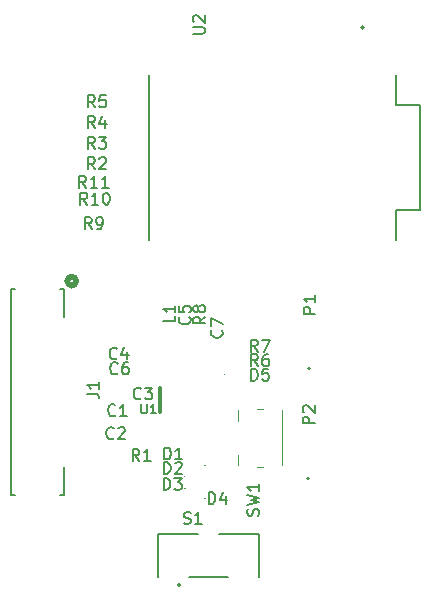
<source format=gbr>
%TF.GenerationSoftware,KiCad,Pcbnew,8.0.7*%
%TF.CreationDate,2025-01-15T11:33:58+05:30*%
%TF.ProjectId,STHDAQ_B1,53544844-4151-45f4-9231-2e6b69636164,rev?*%
%TF.SameCoordinates,Original*%
%TF.FileFunction,Legend,Top*%
%TF.FilePolarity,Positive*%
%FSLAX46Y46*%
G04 Gerber Fmt 4.6, Leading zero omitted, Abs format (unit mm)*
G04 Created by KiCad (PCBNEW 8.0.7) date 2025-01-15 11:33:58*
%MOMM*%
%LPD*%
G01*
G04 APERTURE LIST*
%ADD10C,0.150000*%
%ADD11C,0.127000*%
%ADD12C,0.200000*%
%ADD13C,0.100000*%
%ADD14C,0.152400*%
%ADD15C,0.508000*%
%ADD16C,0.304800*%
%ADD17C,0.120000*%
G04 APERTURE END LIST*
D10*
X146713333Y-90719580D02*
X146665714Y-90767200D01*
X146665714Y-90767200D02*
X146522857Y-90814819D01*
X146522857Y-90814819D02*
X146427619Y-90814819D01*
X146427619Y-90814819D02*
X146284762Y-90767200D01*
X146284762Y-90767200D02*
X146189524Y-90671961D01*
X146189524Y-90671961D02*
X146141905Y-90576723D01*
X146141905Y-90576723D02*
X146094286Y-90386247D01*
X146094286Y-90386247D02*
X146094286Y-90243390D01*
X146094286Y-90243390D02*
X146141905Y-90052914D01*
X146141905Y-90052914D02*
X146189524Y-89957676D01*
X146189524Y-89957676D02*
X146284762Y-89862438D01*
X146284762Y-89862438D02*
X146427619Y-89814819D01*
X146427619Y-89814819D02*
X146522857Y-89814819D01*
X146522857Y-89814819D02*
X146665714Y-89862438D01*
X146665714Y-89862438D02*
X146713333Y-89910057D01*
X147665714Y-90814819D02*
X147094286Y-90814819D01*
X147380000Y-90814819D02*
X147380000Y-89814819D01*
X147380000Y-89814819D02*
X147284762Y-89957676D01*
X147284762Y-89957676D02*
X147189524Y-90052914D01*
X147189524Y-90052914D02*
X147094286Y-90100533D01*
X146843333Y-85919580D02*
X146795714Y-85967200D01*
X146795714Y-85967200D02*
X146652857Y-86014819D01*
X146652857Y-86014819D02*
X146557619Y-86014819D01*
X146557619Y-86014819D02*
X146414762Y-85967200D01*
X146414762Y-85967200D02*
X146319524Y-85871961D01*
X146319524Y-85871961D02*
X146271905Y-85776723D01*
X146271905Y-85776723D02*
X146224286Y-85586247D01*
X146224286Y-85586247D02*
X146224286Y-85443390D01*
X146224286Y-85443390D02*
X146271905Y-85252914D01*
X146271905Y-85252914D02*
X146319524Y-85157676D01*
X146319524Y-85157676D02*
X146414762Y-85062438D01*
X146414762Y-85062438D02*
X146557619Y-85014819D01*
X146557619Y-85014819D02*
X146652857Y-85014819D01*
X146652857Y-85014819D02*
X146795714Y-85062438D01*
X146795714Y-85062438D02*
X146843333Y-85110057D01*
X147700476Y-85348152D02*
X147700476Y-86014819D01*
X147462381Y-84967200D02*
X147224286Y-85681485D01*
X147224286Y-85681485D02*
X147843333Y-85681485D01*
X144978333Y-66414819D02*
X144645000Y-65938628D01*
X144406905Y-66414819D02*
X144406905Y-65414819D01*
X144406905Y-65414819D02*
X144787857Y-65414819D01*
X144787857Y-65414819D02*
X144883095Y-65462438D01*
X144883095Y-65462438D02*
X144930714Y-65510057D01*
X144930714Y-65510057D02*
X144978333Y-65605295D01*
X144978333Y-65605295D02*
X144978333Y-65748152D01*
X144978333Y-65748152D02*
X144930714Y-65843390D01*
X144930714Y-65843390D02*
X144883095Y-65891009D01*
X144883095Y-65891009D02*
X144787857Y-65938628D01*
X144787857Y-65938628D02*
X144406905Y-65938628D01*
X145835476Y-65748152D02*
X145835476Y-66414819D01*
X145597381Y-65367200D02*
X145359286Y-66081485D01*
X145359286Y-66081485D02*
X145978333Y-66081485D01*
X153274819Y-58451904D02*
X154084342Y-58451904D01*
X154084342Y-58451904D02*
X154179580Y-58404285D01*
X154179580Y-58404285D02*
X154227200Y-58356666D01*
X154227200Y-58356666D02*
X154274819Y-58261428D01*
X154274819Y-58261428D02*
X154274819Y-58070952D01*
X154274819Y-58070952D02*
X154227200Y-57975714D01*
X154227200Y-57975714D02*
X154179580Y-57928095D01*
X154179580Y-57928095D02*
X154084342Y-57880476D01*
X154084342Y-57880476D02*
X153274819Y-57880476D01*
X153370057Y-57451904D02*
X153322438Y-57404285D01*
X153322438Y-57404285D02*
X153274819Y-57309047D01*
X153274819Y-57309047D02*
X153274819Y-57070952D01*
X153274819Y-57070952D02*
X153322438Y-56975714D01*
X153322438Y-56975714D02*
X153370057Y-56928095D01*
X153370057Y-56928095D02*
X153465295Y-56880476D01*
X153465295Y-56880476D02*
X153560533Y-56880476D01*
X153560533Y-56880476D02*
X153703390Y-56928095D01*
X153703390Y-56928095D02*
X154274819Y-57499523D01*
X154274819Y-57499523D02*
X154274819Y-56880476D01*
X146893333Y-87179580D02*
X146845714Y-87227200D01*
X146845714Y-87227200D02*
X146702857Y-87274819D01*
X146702857Y-87274819D02*
X146607619Y-87274819D01*
X146607619Y-87274819D02*
X146464762Y-87227200D01*
X146464762Y-87227200D02*
X146369524Y-87131961D01*
X146369524Y-87131961D02*
X146321905Y-87036723D01*
X146321905Y-87036723D02*
X146274286Y-86846247D01*
X146274286Y-86846247D02*
X146274286Y-86703390D01*
X146274286Y-86703390D02*
X146321905Y-86512914D01*
X146321905Y-86512914D02*
X146369524Y-86417676D01*
X146369524Y-86417676D02*
X146464762Y-86322438D01*
X146464762Y-86322438D02*
X146607619Y-86274819D01*
X146607619Y-86274819D02*
X146702857Y-86274819D01*
X146702857Y-86274819D02*
X146845714Y-86322438D01*
X146845714Y-86322438D02*
X146893333Y-86370057D01*
X147750476Y-86274819D02*
X147560000Y-86274819D01*
X147560000Y-86274819D02*
X147464762Y-86322438D01*
X147464762Y-86322438D02*
X147417143Y-86370057D01*
X147417143Y-86370057D02*
X147321905Y-86512914D01*
X147321905Y-86512914D02*
X147274286Y-86703390D01*
X147274286Y-86703390D02*
X147274286Y-87084342D01*
X147274286Y-87084342D02*
X147321905Y-87179580D01*
X147321905Y-87179580D02*
X147369524Y-87227200D01*
X147369524Y-87227200D02*
X147464762Y-87274819D01*
X147464762Y-87274819D02*
X147655238Y-87274819D01*
X147655238Y-87274819D02*
X147750476Y-87227200D01*
X147750476Y-87227200D02*
X147798095Y-87179580D01*
X147798095Y-87179580D02*
X147845714Y-87084342D01*
X147845714Y-87084342D02*
X147845714Y-86846247D01*
X147845714Y-86846247D02*
X147798095Y-86751009D01*
X147798095Y-86751009D02*
X147750476Y-86703390D01*
X147750476Y-86703390D02*
X147655238Y-86655771D01*
X147655238Y-86655771D02*
X147464762Y-86655771D01*
X147464762Y-86655771D02*
X147369524Y-86703390D01*
X147369524Y-86703390D02*
X147321905Y-86751009D01*
X147321905Y-86751009D02*
X147274286Y-86846247D01*
X150841905Y-94474819D02*
X150841905Y-93474819D01*
X150841905Y-93474819D02*
X151080000Y-93474819D01*
X151080000Y-93474819D02*
X151222857Y-93522438D01*
X151222857Y-93522438D02*
X151318095Y-93617676D01*
X151318095Y-93617676D02*
X151365714Y-93712914D01*
X151365714Y-93712914D02*
X151413333Y-93903390D01*
X151413333Y-93903390D02*
X151413333Y-94046247D01*
X151413333Y-94046247D02*
X151365714Y-94236723D01*
X151365714Y-94236723D02*
X151318095Y-94331961D01*
X151318095Y-94331961D02*
X151222857Y-94427200D01*
X151222857Y-94427200D02*
X151080000Y-94474819D01*
X151080000Y-94474819D02*
X150841905Y-94474819D01*
X152365714Y-94474819D02*
X151794286Y-94474819D01*
X152080000Y-94474819D02*
X152080000Y-93474819D01*
X152080000Y-93474819D02*
X151984762Y-93617676D01*
X151984762Y-93617676D02*
X151889524Y-93712914D01*
X151889524Y-93712914D02*
X151794286Y-93760533D01*
X158783333Y-86579819D02*
X158450000Y-86103628D01*
X158211905Y-86579819D02*
X158211905Y-85579819D01*
X158211905Y-85579819D02*
X158592857Y-85579819D01*
X158592857Y-85579819D02*
X158688095Y-85627438D01*
X158688095Y-85627438D02*
X158735714Y-85675057D01*
X158735714Y-85675057D02*
X158783333Y-85770295D01*
X158783333Y-85770295D02*
X158783333Y-85913152D01*
X158783333Y-85913152D02*
X158735714Y-86008390D01*
X158735714Y-86008390D02*
X158688095Y-86056009D01*
X158688095Y-86056009D02*
X158592857Y-86103628D01*
X158592857Y-86103628D02*
X158211905Y-86103628D01*
X159640476Y-85579819D02*
X159450000Y-85579819D01*
X159450000Y-85579819D02*
X159354762Y-85627438D01*
X159354762Y-85627438D02*
X159307143Y-85675057D01*
X159307143Y-85675057D02*
X159211905Y-85817914D01*
X159211905Y-85817914D02*
X159164286Y-86008390D01*
X159164286Y-86008390D02*
X159164286Y-86389342D01*
X159164286Y-86389342D02*
X159211905Y-86484580D01*
X159211905Y-86484580D02*
X159259524Y-86532200D01*
X159259524Y-86532200D02*
X159354762Y-86579819D01*
X159354762Y-86579819D02*
X159545238Y-86579819D01*
X159545238Y-86579819D02*
X159640476Y-86532200D01*
X159640476Y-86532200D02*
X159688095Y-86484580D01*
X159688095Y-86484580D02*
X159735714Y-86389342D01*
X159735714Y-86389342D02*
X159735714Y-86151247D01*
X159735714Y-86151247D02*
X159688095Y-86056009D01*
X159688095Y-86056009D02*
X159640476Y-86008390D01*
X159640476Y-86008390D02*
X159545238Y-85960771D01*
X159545238Y-85960771D02*
X159354762Y-85960771D01*
X159354762Y-85960771D02*
X159259524Y-86008390D01*
X159259524Y-86008390D02*
X159211905Y-86056009D01*
X159211905Y-86056009D02*
X159164286Y-86151247D01*
X146563333Y-92674580D02*
X146515714Y-92722200D01*
X146515714Y-92722200D02*
X146372857Y-92769819D01*
X146372857Y-92769819D02*
X146277619Y-92769819D01*
X146277619Y-92769819D02*
X146134762Y-92722200D01*
X146134762Y-92722200D02*
X146039524Y-92626961D01*
X146039524Y-92626961D02*
X145991905Y-92531723D01*
X145991905Y-92531723D02*
X145944286Y-92341247D01*
X145944286Y-92341247D02*
X145944286Y-92198390D01*
X145944286Y-92198390D02*
X145991905Y-92007914D01*
X145991905Y-92007914D02*
X146039524Y-91912676D01*
X146039524Y-91912676D02*
X146134762Y-91817438D01*
X146134762Y-91817438D02*
X146277619Y-91769819D01*
X146277619Y-91769819D02*
X146372857Y-91769819D01*
X146372857Y-91769819D02*
X146515714Y-91817438D01*
X146515714Y-91817438D02*
X146563333Y-91865057D01*
X146944286Y-91865057D02*
X146991905Y-91817438D01*
X146991905Y-91817438D02*
X147087143Y-91769819D01*
X147087143Y-91769819D02*
X147325238Y-91769819D01*
X147325238Y-91769819D02*
X147420476Y-91817438D01*
X147420476Y-91817438D02*
X147468095Y-91865057D01*
X147468095Y-91865057D02*
X147515714Y-91960295D01*
X147515714Y-91960295D02*
X147515714Y-92055533D01*
X147515714Y-92055533D02*
X147468095Y-92198390D01*
X147468095Y-92198390D02*
X146896667Y-92769819D01*
X146896667Y-92769819D02*
X147515714Y-92769819D01*
X150791905Y-97054819D02*
X150791905Y-96054819D01*
X150791905Y-96054819D02*
X151030000Y-96054819D01*
X151030000Y-96054819D02*
X151172857Y-96102438D01*
X151172857Y-96102438D02*
X151268095Y-96197676D01*
X151268095Y-96197676D02*
X151315714Y-96292914D01*
X151315714Y-96292914D02*
X151363333Y-96483390D01*
X151363333Y-96483390D02*
X151363333Y-96626247D01*
X151363333Y-96626247D02*
X151315714Y-96816723D01*
X151315714Y-96816723D02*
X151268095Y-96911961D01*
X151268095Y-96911961D02*
X151172857Y-97007200D01*
X151172857Y-97007200D02*
X151030000Y-97054819D01*
X151030000Y-97054819D02*
X150791905Y-97054819D01*
X151696667Y-96054819D02*
X152315714Y-96054819D01*
X152315714Y-96054819D02*
X151982381Y-96435771D01*
X151982381Y-96435771D02*
X152125238Y-96435771D01*
X152125238Y-96435771D02*
X152220476Y-96483390D01*
X152220476Y-96483390D02*
X152268095Y-96531009D01*
X152268095Y-96531009D02*
X152315714Y-96626247D01*
X152315714Y-96626247D02*
X152315714Y-96864342D01*
X152315714Y-96864342D02*
X152268095Y-96959580D01*
X152268095Y-96959580D02*
X152220476Y-97007200D01*
X152220476Y-97007200D02*
X152125238Y-97054819D01*
X152125238Y-97054819D02*
X151839524Y-97054819D01*
X151839524Y-97054819D02*
X151744286Y-97007200D01*
X151744286Y-97007200D02*
X151696667Y-96959580D01*
X155699580Y-83551666D02*
X155747200Y-83599285D01*
X155747200Y-83599285D02*
X155794819Y-83742142D01*
X155794819Y-83742142D02*
X155794819Y-83837380D01*
X155794819Y-83837380D02*
X155747200Y-83980237D01*
X155747200Y-83980237D02*
X155651961Y-84075475D01*
X155651961Y-84075475D02*
X155556723Y-84123094D01*
X155556723Y-84123094D02*
X155366247Y-84170713D01*
X155366247Y-84170713D02*
X155223390Y-84170713D01*
X155223390Y-84170713D02*
X155032914Y-84123094D01*
X155032914Y-84123094D02*
X154937676Y-84075475D01*
X154937676Y-84075475D02*
X154842438Y-83980237D01*
X154842438Y-83980237D02*
X154794819Y-83837380D01*
X154794819Y-83837380D02*
X154794819Y-83742142D01*
X154794819Y-83742142D02*
X154842438Y-83599285D01*
X154842438Y-83599285D02*
X154890057Y-83551666D01*
X154794819Y-83218332D02*
X154794819Y-82551666D01*
X154794819Y-82551666D02*
X155794819Y-82980237D01*
X144978333Y-69914819D02*
X144645000Y-69438628D01*
X144406905Y-69914819D02*
X144406905Y-68914819D01*
X144406905Y-68914819D02*
X144787857Y-68914819D01*
X144787857Y-68914819D02*
X144883095Y-68962438D01*
X144883095Y-68962438D02*
X144930714Y-69010057D01*
X144930714Y-69010057D02*
X144978333Y-69105295D01*
X144978333Y-69105295D02*
X144978333Y-69248152D01*
X144978333Y-69248152D02*
X144930714Y-69343390D01*
X144930714Y-69343390D02*
X144883095Y-69391009D01*
X144883095Y-69391009D02*
X144787857Y-69438628D01*
X144787857Y-69438628D02*
X144406905Y-69438628D01*
X145359286Y-69010057D02*
X145406905Y-68962438D01*
X145406905Y-68962438D02*
X145502143Y-68914819D01*
X145502143Y-68914819D02*
X145740238Y-68914819D01*
X145740238Y-68914819D02*
X145835476Y-68962438D01*
X145835476Y-68962438D02*
X145883095Y-69010057D01*
X145883095Y-69010057D02*
X145930714Y-69105295D01*
X145930714Y-69105295D02*
X145930714Y-69200533D01*
X145930714Y-69200533D02*
X145883095Y-69343390D01*
X145883095Y-69343390D02*
X145311667Y-69914819D01*
X145311667Y-69914819D02*
X145930714Y-69914819D01*
X144324819Y-88928333D02*
X145039104Y-88928333D01*
X145039104Y-88928333D02*
X145181961Y-88975952D01*
X145181961Y-88975952D02*
X145277200Y-89071190D01*
X145277200Y-89071190D02*
X145324819Y-89214047D01*
X145324819Y-89214047D02*
X145324819Y-89309285D01*
X145324819Y-87928333D02*
X145324819Y-88499761D01*
X145324819Y-88214047D02*
X144324819Y-88214047D01*
X144324819Y-88214047D02*
X144467676Y-88309285D01*
X144467676Y-88309285D02*
X144562914Y-88404523D01*
X144562914Y-88404523D02*
X144610533Y-88499761D01*
X148900476Y-89787295D02*
X148900476Y-90434914D01*
X148900476Y-90434914D02*
X148938571Y-90511104D01*
X148938571Y-90511104D02*
X148976666Y-90549200D01*
X148976666Y-90549200D02*
X149052857Y-90587295D01*
X149052857Y-90587295D02*
X149205238Y-90587295D01*
X149205238Y-90587295D02*
X149281428Y-90549200D01*
X149281428Y-90549200D02*
X149319523Y-90511104D01*
X149319523Y-90511104D02*
X149357619Y-90434914D01*
X149357619Y-90434914D02*
X149357619Y-89787295D01*
X150157618Y-90587295D02*
X149700475Y-90587295D01*
X149929047Y-90587295D02*
X149929047Y-89787295D01*
X149929047Y-89787295D02*
X149852856Y-89901580D01*
X149852856Y-89901580D02*
X149776666Y-89977771D01*
X149776666Y-89977771D02*
X149700475Y-90015866D01*
X148738333Y-94609819D02*
X148405000Y-94133628D01*
X148166905Y-94609819D02*
X148166905Y-93609819D01*
X148166905Y-93609819D02*
X148547857Y-93609819D01*
X148547857Y-93609819D02*
X148643095Y-93657438D01*
X148643095Y-93657438D02*
X148690714Y-93705057D01*
X148690714Y-93705057D02*
X148738333Y-93800295D01*
X148738333Y-93800295D02*
X148738333Y-93943152D01*
X148738333Y-93943152D02*
X148690714Y-94038390D01*
X148690714Y-94038390D02*
X148643095Y-94086009D01*
X148643095Y-94086009D02*
X148547857Y-94133628D01*
X148547857Y-94133628D02*
X148166905Y-94133628D01*
X149690714Y-94609819D02*
X149119286Y-94609819D01*
X149405000Y-94609819D02*
X149405000Y-93609819D01*
X149405000Y-93609819D02*
X149309762Y-93752676D01*
X149309762Y-93752676D02*
X149214524Y-93847914D01*
X149214524Y-93847914D02*
X149119286Y-93895533D01*
X158191905Y-87809819D02*
X158191905Y-86809819D01*
X158191905Y-86809819D02*
X158430000Y-86809819D01*
X158430000Y-86809819D02*
X158572857Y-86857438D01*
X158572857Y-86857438D02*
X158668095Y-86952676D01*
X158668095Y-86952676D02*
X158715714Y-87047914D01*
X158715714Y-87047914D02*
X158763333Y-87238390D01*
X158763333Y-87238390D02*
X158763333Y-87381247D01*
X158763333Y-87381247D02*
X158715714Y-87571723D01*
X158715714Y-87571723D02*
X158668095Y-87666961D01*
X158668095Y-87666961D02*
X158572857Y-87762200D01*
X158572857Y-87762200D02*
X158430000Y-87809819D01*
X158430000Y-87809819D02*
X158191905Y-87809819D01*
X159668095Y-86809819D02*
X159191905Y-86809819D01*
X159191905Y-86809819D02*
X159144286Y-87286009D01*
X159144286Y-87286009D02*
X159191905Y-87238390D01*
X159191905Y-87238390D02*
X159287143Y-87190771D01*
X159287143Y-87190771D02*
X159525238Y-87190771D01*
X159525238Y-87190771D02*
X159620476Y-87238390D01*
X159620476Y-87238390D02*
X159668095Y-87286009D01*
X159668095Y-87286009D02*
X159715714Y-87381247D01*
X159715714Y-87381247D02*
X159715714Y-87619342D01*
X159715714Y-87619342D02*
X159668095Y-87714580D01*
X159668095Y-87714580D02*
X159620476Y-87762200D01*
X159620476Y-87762200D02*
X159525238Y-87809819D01*
X159525238Y-87809819D02*
X159287143Y-87809819D01*
X159287143Y-87809819D02*
X159191905Y-87762200D01*
X159191905Y-87762200D02*
X159144286Y-87714580D01*
X151774819Y-82311666D02*
X151774819Y-82787856D01*
X151774819Y-82787856D02*
X150774819Y-82787856D01*
X151774819Y-81454523D02*
X151774819Y-82025951D01*
X151774819Y-81740237D02*
X150774819Y-81740237D01*
X150774819Y-81740237D02*
X150917676Y-81835475D01*
X150917676Y-81835475D02*
X151012914Y-81930713D01*
X151012914Y-81930713D02*
X151060533Y-82025951D01*
X154611905Y-98264819D02*
X154611905Y-97264819D01*
X154611905Y-97264819D02*
X154850000Y-97264819D01*
X154850000Y-97264819D02*
X154992857Y-97312438D01*
X154992857Y-97312438D02*
X155088095Y-97407676D01*
X155088095Y-97407676D02*
X155135714Y-97502914D01*
X155135714Y-97502914D02*
X155183333Y-97693390D01*
X155183333Y-97693390D02*
X155183333Y-97836247D01*
X155183333Y-97836247D02*
X155135714Y-98026723D01*
X155135714Y-98026723D02*
X155088095Y-98121961D01*
X155088095Y-98121961D02*
X154992857Y-98217200D01*
X154992857Y-98217200D02*
X154850000Y-98264819D01*
X154850000Y-98264819D02*
X154611905Y-98264819D01*
X156040476Y-97598152D02*
X156040476Y-98264819D01*
X155802381Y-97217200D02*
X155564286Y-97931485D01*
X155564286Y-97931485D02*
X156183333Y-97931485D01*
X144978333Y-68164819D02*
X144645000Y-67688628D01*
X144406905Y-68164819D02*
X144406905Y-67164819D01*
X144406905Y-67164819D02*
X144787857Y-67164819D01*
X144787857Y-67164819D02*
X144883095Y-67212438D01*
X144883095Y-67212438D02*
X144930714Y-67260057D01*
X144930714Y-67260057D02*
X144978333Y-67355295D01*
X144978333Y-67355295D02*
X144978333Y-67498152D01*
X144978333Y-67498152D02*
X144930714Y-67593390D01*
X144930714Y-67593390D02*
X144883095Y-67641009D01*
X144883095Y-67641009D02*
X144787857Y-67688628D01*
X144787857Y-67688628D02*
X144406905Y-67688628D01*
X145311667Y-67164819D02*
X145930714Y-67164819D01*
X145930714Y-67164819D02*
X145597381Y-67545771D01*
X145597381Y-67545771D02*
X145740238Y-67545771D01*
X145740238Y-67545771D02*
X145835476Y-67593390D01*
X145835476Y-67593390D02*
X145883095Y-67641009D01*
X145883095Y-67641009D02*
X145930714Y-67736247D01*
X145930714Y-67736247D02*
X145930714Y-67974342D01*
X145930714Y-67974342D02*
X145883095Y-68069580D01*
X145883095Y-68069580D02*
X145835476Y-68117200D01*
X145835476Y-68117200D02*
X145740238Y-68164819D01*
X145740238Y-68164819D02*
X145454524Y-68164819D01*
X145454524Y-68164819D02*
X145359286Y-68117200D01*
X145359286Y-68117200D02*
X145311667Y-68069580D01*
X150811905Y-95704819D02*
X150811905Y-94704819D01*
X150811905Y-94704819D02*
X151050000Y-94704819D01*
X151050000Y-94704819D02*
X151192857Y-94752438D01*
X151192857Y-94752438D02*
X151288095Y-94847676D01*
X151288095Y-94847676D02*
X151335714Y-94942914D01*
X151335714Y-94942914D02*
X151383333Y-95133390D01*
X151383333Y-95133390D02*
X151383333Y-95276247D01*
X151383333Y-95276247D02*
X151335714Y-95466723D01*
X151335714Y-95466723D02*
X151288095Y-95561961D01*
X151288095Y-95561961D02*
X151192857Y-95657200D01*
X151192857Y-95657200D02*
X151050000Y-95704819D01*
X151050000Y-95704819D02*
X150811905Y-95704819D01*
X151764286Y-94800057D02*
X151811905Y-94752438D01*
X151811905Y-94752438D02*
X151907143Y-94704819D01*
X151907143Y-94704819D02*
X152145238Y-94704819D01*
X152145238Y-94704819D02*
X152240476Y-94752438D01*
X152240476Y-94752438D02*
X152288095Y-94800057D01*
X152288095Y-94800057D02*
X152335714Y-94895295D01*
X152335714Y-94895295D02*
X152335714Y-94990533D01*
X152335714Y-94990533D02*
X152288095Y-95133390D01*
X152288095Y-95133390D02*
X151716667Y-95704819D01*
X151716667Y-95704819D02*
X152335714Y-95704819D01*
X158817200Y-99238332D02*
X158864819Y-99095475D01*
X158864819Y-99095475D02*
X158864819Y-98857380D01*
X158864819Y-98857380D02*
X158817200Y-98762142D01*
X158817200Y-98762142D02*
X158769580Y-98714523D01*
X158769580Y-98714523D02*
X158674342Y-98666904D01*
X158674342Y-98666904D02*
X158579104Y-98666904D01*
X158579104Y-98666904D02*
X158483866Y-98714523D01*
X158483866Y-98714523D02*
X158436247Y-98762142D01*
X158436247Y-98762142D02*
X158388628Y-98857380D01*
X158388628Y-98857380D02*
X158341009Y-99047856D01*
X158341009Y-99047856D02*
X158293390Y-99143094D01*
X158293390Y-99143094D02*
X158245771Y-99190713D01*
X158245771Y-99190713D02*
X158150533Y-99238332D01*
X158150533Y-99238332D02*
X158055295Y-99238332D01*
X158055295Y-99238332D02*
X157960057Y-99190713D01*
X157960057Y-99190713D02*
X157912438Y-99143094D01*
X157912438Y-99143094D02*
X157864819Y-99047856D01*
X157864819Y-99047856D02*
X157864819Y-98809761D01*
X157864819Y-98809761D02*
X157912438Y-98666904D01*
X157864819Y-98333570D02*
X158864819Y-98095475D01*
X158864819Y-98095475D02*
X158150533Y-97904999D01*
X158150533Y-97904999D02*
X158864819Y-97714523D01*
X158864819Y-97714523D02*
X157864819Y-97476428D01*
X158864819Y-96571666D02*
X158864819Y-97143094D01*
X158864819Y-96857380D02*
X157864819Y-96857380D01*
X157864819Y-96857380D02*
X158007676Y-96952618D01*
X158007676Y-96952618D02*
X158102914Y-97047856D01*
X158102914Y-97047856D02*
X158150533Y-97143094D01*
X163570461Y-91429117D02*
X162569075Y-91429117D01*
X162569075Y-91429117D02*
X162569075Y-91047637D01*
X162569075Y-91047637D02*
X162616760Y-90952267D01*
X162616760Y-90952267D02*
X162664445Y-90904582D01*
X162664445Y-90904582D02*
X162759815Y-90856897D01*
X162759815Y-90856897D02*
X162902870Y-90856897D01*
X162902870Y-90856897D02*
X162998240Y-90904582D01*
X162998240Y-90904582D02*
X163045925Y-90952267D01*
X163045925Y-90952267D02*
X163093610Y-91047637D01*
X163093610Y-91047637D02*
X163093610Y-91429117D01*
X162664445Y-90475416D02*
X162616760Y-90427731D01*
X162616760Y-90427731D02*
X162569075Y-90332361D01*
X162569075Y-90332361D02*
X162569075Y-90093936D01*
X162569075Y-90093936D02*
X162616760Y-89998566D01*
X162616760Y-89998566D02*
X162664445Y-89950881D01*
X162664445Y-89950881D02*
X162759815Y-89903196D01*
X162759815Y-89903196D02*
X162855185Y-89903196D01*
X162855185Y-89903196D02*
X162998240Y-89950881D01*
X162998240Y-89950881D02*
X163570461Y-90523101D01*
X163570461Y-90523101D02*
X163570461Y-89903196D01*
X152979580Y-82421666D02*
X153027200Y-82469285D01*
X153027200Y-82469285D02*
X153074819Y-82612142D01*
X153074819Y-82612142D02*
X153074819Y-82707380D01*
X153074819Y-82707380D02*
X153027200Y-82850237D01*
X153027200Y-82850237D02*
X152931961Y-82945475D01*
X152931961Y-82945475D02*
X152836723Y-82993094D01*
X152836723Y-82993094D02*
X152646247Y-83040713D01*
X152646247Y-83040713D02*
X152503390Y-83040713D01*
X152503390Y-83040713D02*
X152312914Y-82993094D01*
X152312914Y-82993094D02*
X152217676Y-82945475D01*
X152217676Y-82945475D02*
X152122438Y-82850237D01*
X152122438Y-82850237D02*
X152074819Y-82707380D01*
X152074819Y-82707380D02*
X152074819Y-82612142D01*
X152074819Y-82612142D02*
X152122438Y-82469285D01*
X152122438Y-82469285D02*
X152170057Y-82421666D01*
X152074819Y-81516904D02*
X152074819Y-81993094D01*
X152074819Y-81993094D02*
X152551009Y-82040713D01*
X152551009Y-82040713D02*
X152503390Y-81993094D01*
X152503390Y-81993094D02*
X152455771Y-81897856D01*
X152455771Y-81897856D02*
X152455771Y-81659761D01*
X152455771Y-81659761D02*
X152503390Y-81564523D01*
X152503390Y-81564523D02*
X152551009Y-81516904D01*
X152551009Y-81516904D02*
X152646247Y-81469285D01*
X152646247Y-81469285D02*
X152884342Y-81469285D01*
X152884342Y-81469285D02*
X152979580Y-81516904D01*
X152979580Y-81516904D02*
X153027200Y-81564523D01*
X153027200Y-81564523D02*
X153074819Y-81659761D01*
X153074819Y-81659761D02*
X153074819Y-81897856D01*
X153074819Y-81897856D02*
X153027200Y-81993094D01*
X153027200Y-81993094D02*
X152979580Y-82040713D01*
X144703333Y-74984819D02*
X144370000Y-74508628D01*
X144131905Y-74984819D02*
X144131905Y-73984819D01*
X144131905Y-73984819D02*
X144512857Y-73984819D01*
X144512857Y-73984819D02*
X144608095Y-74032438D01*
X144608095Y-74032438D02*
X144655714Y-74080057D01*
X144655714Y-74080057D02*
X144703333Y-74175295D01*
X144703333Y-74175295D02*
X144703333Y-74318152D01*
X144703333Y-74318152D02*
X144655714Y-74413390D01*
X144655714Y-74413390D02*
X144608095Y-74461009D01*
X144608095Y-74461009D02*
X144512857Y-74508628D01*
X144512857Y-74508628D02*
X144131905Y-74508628D01*
X145179524Y-74984819D02*
X145370000Y-74984819D01*
X145370000Y-74984819D02*
X145465238Y-74937200D01*
X145465238Y-74937200D02*
X145512857Y-74889580D01*
X145512857Y-74889580D02*
X145608095Y-74746723D01*
X145608095Y-74746723D02*
X145655714Y-74556247D01*
X145655714Y-74556247D02*
X145655714Y-74175295D01*
X145655714Y-74175295D02*
X145608095Y-74080057D01*
X145608095Y-74080057D02*
X145560476Y-74032438D01*
X145560476Y-74032438D02*
X145465238Y-73984819D01*
X145465238Y-73984819D02*
X145274762Y-73984819D01*
X145274762Y-73984819D02*
X145179524Y-74032438D01*
X145179524Y-74032438D02*
X145131905Y-74080057D01*
X145131905Y-74080057D02*
X145084286Y-74175295D01*
X145084286Y-74175295D02*
X145084286Y-74413390D01*
X145084286Y-74413390D02*
X145131905Y-74508628D01*
X145131905Y-74508628D02*
X145179524Y-74556247D01*
X145179524Y-74556247D02*
X145274762Y-74603866D01*
X145274762Y-74603866D02*
X145465238Y-74603866D01*
X145465238Y-74603866D02*
X145560476Y-74556247D01*
X145560476Y-74556247D02*
X145608095Y-74508628D01*
X145608095Y-74508628D02*
X145655714Y-74413390D01*
X152500995Y-99893138D02*
X152643998Y-99940805D01*
X152643998Y-99940805D02*
X152882335Y-99940805D01*
X152882335Y-99940805D02*
X152977670Y-99893138D01*
X152977670Y-99893138D02*
X153025337Y-99845470D01*
X153025337Y-99845470D02*
X153073004Y-99750135D01*
X153073004Y-99750135D02*
X153073004Y-99654800D01*
X153073004Y-99654800D02*
X153025337Y-99559466D01*
X153025337Y-99559466D02*
X152977670Y-99511798D01*
X152977670Y-99511798D02*
X152882335Y-99464131D01*
X152882335Y-99464131D02*
X152691665Y-99416463D01*
X152691665Y-99416463D02*
X152596330Y-99368796D01*
X152596330Y-99368796D02*
X152548663Y-99321128D01*
X152548663Y-99321128D02*
X152500995Y-99225794D01*
X152500995Y-99225794D02*
X152500995Y-99130459D01*
X152500995Y-99130459D02*
X152548663Y-99035124D01*
X152548663Y-99035124D02*
X152596330Y-98987456D01*
X152596330Y-98987456D02*
X152691665Y-98939789D01*
X152691665Y-98939789D02*
X152930002Y-98939789D01*
X152930002Y-98939789D02*
X153073004Y-98987456D01*
X154026353Y-99940805D02*
X153454344Y-99940805D01*
X153740349Y-99940805D02*
X153740349Y-98939789D01*
X153740349Y-98939789D02*
X153645014Y-99082791D01*
X153645014Y-99082791D02*
X153549679Y-99178126D01*
X153549679Y-99178126D02*
X153454344Y-99225794D01*
X144978333Y-64664819D02*
X144645000Y-64188628D01*
X144406905Y-64664819D02*
X144406905Y-63664819D01*
X144406905Y-63664819D02*
X144787857Y-63664819D01*
X144787857Y-63664819D02*
X144883095Y-63712438D01*
X144883095Y-63712438D02*
X144930714Y-63760057D01*
X144930714Y-63760057D02*
X144978333Y-63855295D01*
X144978333Y-63855295D02*
X144978333Y-63998152D01*
X144978333Y-63998152D02*
X144930714Y-64093390D01*
X144930714Y-64093390D02*
X144883095Y-64141009D01*
X144883095Y-64141009D02*
X144787857Y-64188628D01*
X144787857Y-64188628D02*
X144406905Y-64188628D01*
X145883095Y-63664819D02*
X145406905Y-63664819D01*
X145406905Y-63664819D02*
X145359286Y-64141009D01*
X145359286Y-64141009D02*
X145406905Y-64093390D01*
X145406905Y-64093390D02*
X145502143Y-64045771D01*
X145502143Y-64045771D02*
X145740238Y-64045771D01*
X145740238Y-64045771D02*
X145835476Y-64093390D01*
X145835476Y-64093390D02*
X145883095Y-64141009D01*
X145883095Y-64141009D02*
X145930714Y-64236247D01*
X145930714Y-64236247D02*
X145930714Y-64474342D01*
X145930714Y-64474342D02*
X145883095Y-64569580D01*
X145883095Y-64569580D02*
X145835476Y-64617200D01*
X145835476Y-64617200D02*
X145740238Y-64664819D01*
X145740238Y-64664819D02*
X145502143Y-64664819D01*
X145502143Y-64664819D02*
X145406905Y-64617200D01*
X145406905Y-64617200D02*
X145359286Y-64569580D01*
X144317142Y-72904819D02*
X143983809Y-72428628D01*
X143745714Y-72904819D02*
X143745714Y-71904819D01*
X143745714Y-71904819D02*
X144126666Y-71904819D01*
X144126666Y-71904819D02*
X144221904Y-71952438D01*
X144221904Y-71952438D02*
X144269523Y-72000057D01*
X144269523Y-72000057D02*
X144317142Y-72095295D01*
X144317142Y-72095295D02*
X144317142Y-72238152D01*
X144317142Y-72238152D02*
X144269523Y-72333390D01*
X144269523Y-72333390D02*
X144221904Y-72381009D01*
X144221904Y-72381009D02*
X144126666Y-72428628D01*
X144126666Y-72428628D02*
X143745714Y-72428628D01*
X145269523Y-72904819D02*
X144698095Y-72904819D01*
X144983809Y-72904819D02*
X144983809Y-71904819D01*
X144983809Y-71904819D02*
X144888571Y-72047676D01*
X144888571Y-72047676D02*
X144793333Y-72142914D01*
X144793333Y-72142914D02*
X144698095Y-72190533D01*
X145888571Y-71904819D02*
X145983809Y-71904819D01*
X145983809Y-71904819D02*
X146079047Y-71952438D01*
X146079047Y-71952438D02*
X146126666Y-72000057D01*
X146126666Y-72000057D02*
X146174285Y-72095295D01*
X146174285Y-72095295D02*
X146221904Y-72285771D01*
X146221904Y-72285771D02*
X146221904Y-72523866D01*
X146221904Y-72523866D02*
X146174285Y-72714342D01*
X146174285Y-72714342D02*
X146126666Y-72809580D01*
X146126666Y-72809580D02*
X146079047Y-72857200D01*
X146079047Y-72857200D02*
X145983809Y-72904819D01*
X145983809Y-72904819D02*
X145888571Y-72904819D01*
X145888571Y-72904819D02*
X145793333Y-72857200D01*
X145793333Y-72857200D02*
X145745714Y-72809580D01*
X145745714Y-72809580D02*
X145698095Y-72714342D01*
X145698095Y-72714342D02*
X145650476Y-72523866D01*
X145650476Y-72523866D02*
X145650476Y-72285771D01*
X145650476Y-72285771D02*
X145698095Y-72095295D01*
X145698095Y-72095295D02*
X145745714Y-72000057D01*
X145745714Y-72000057D02*
X145793333Y-71952438D01*
X145793333Y-71952438D02*
X145888571Y-71904819D01*
X154314819Y-82391666D02*
X153838628Y-82724999D01*
X154314819Y-82963094D02*
X153314819Y-82963094D01*
X153314819Y-82963094D02*
X153314819Y-82582142D01*
X153314819Y-82582142D02*
X153362438Y-82486904D01*
X153362438Y-82486904D02*
X153410057Y-82439285D01*
X153410057Y-82439285D02*
X153505295Y-82391666D01*
X153505295Y-82391666D02*
X153648152Y-82391666D01*
X153648152Y-82391666D02*
X153743390Y-82439285D01*
X153743390Y-82439285D02*
X153791009Y-82486904D01*
X153791009Y-82486904D02*
X153838628Y-82582142D01*
X153838628Y-82582142D02*
X153838628Y-82963094D01*
X153743390Y-81820237D02*
X153695771Y-81915475D01*
X153695771Y-81915475D02*
X153648152Y-81963094D01*
X153648152Y-81963094D02*
X153552914Y-82010713D01*
X153552914Y-82010713D02*
X153505295Y-82010713D01*
X153505295Y-82010713D02*
X153410057Y-81963094D01*
X153410057Y-81963094D02*
X153362438Y-81915475D01*
X153362438Y-81915475D02*
X153314819Y-81820237D01*
X153314819Y-81820237D02*
X153314819Y-81629761D01*
X153314819Y-81629761D02*
X153362438Y-81534523D01*
X153362438Y-81534523D02*
X153410057Y-81486904D01*
X153410057Y-81486904D02*
X153505295Y-81439285D01*
X153505295Y-81439285D02*
X153552914Y-81439285D01*
X153552914Y-81439285D02*
X153648152Y-81486904D01*
X153648152Y-81486904D02*
X153695771Y-81534523D01*
X153695771Y-81534523D02*
X153743390Y-81629761D01*
X153743390Y-81629761D02*
X153743390Y-81820237D01*
X153743390Y-81820237D02*
X153791009Y-81915475D01*
X153791009Y-81915475D02*
X153838628Y-81963094D01*
X153838628Y-81963094D02*
X153933866Y-82010713D01*
X153933866Y-82010713D02*
X154124342Y-82010713D01*
X154124342Y-82010713D02*
X154219580Y-81963094D01*
X154219580Y-81963094D02*
X154267200Y-81915475D01*
X154267200Y-81915475D02*
X154314819Y-81820237D01*
X154314819Y-81820237D02*
X154314819Y-81629761D01*
X154314819Y-81629761D02*
X154267200Y-81534523D01*
X154267200Y-81534523D02*
X154219580Y-81486904D01*
X154219580Y-81486904D02*
X154124342Y-81439285D01*
X154124342Y-81439285D02*
X153933866Y-81439285D01*
X153933866Y-81439285D02*
X153838628Y-81486904D01*
X153838628Y-81486904D02*
X153791009Y-81534523D01*
X153791009Y-81534523D02*
X153743390Y-81629761D01*
X163640461Y-82129117D02*
X162639075Y-82129117D01*
X162639075Y-82129117D02*
X162639075Y-81747637D01*
X162639075Y-81747637D02*
X162686760Y-81652267D01*
X162686760Y-81652267D02*
X162734445Y-81604582D01*
X162734445Y-81604582D02*
X162829815Y-81556897D01*
X162829815Y-81556897D02*
X162972870Y-81556897D01*
X162972870Y-81556897D02*
X163068240Y-81604582D01*
X163068240Y-81604582D02*
X163115925Y-81652267D01*
X163115925Y-81652267D02*
X163163610Y-81747637D01*
X163163610Y-81747637D02*
X163163610Y-82129117D01*
X163640461Y-80603196D02*
X163640461Y-81175416D01*
X163640461Y-80889306D02*
X162639075Y-80889306D01*
X162639075Y-80889306D02*
X162782130Y-80984676D01*
X162782130Y-80984676D02*
X162877500Y-81080046D01*
X162877500Y-81080046D02*
X162925185Y-81175416D01*
X158763333Y-85359819D02*
X158430000Y-84883628D01*
X158191905Y-85359819D02*
X158191905Y-84359819D01*
X158191905Y-84359819D02*
X158572857Y-84359819D01*
X158572857Y-84359819D02*
X158668095Y-84407438D01*
X158668095Y-84407438D02*
X158715714Y-84455057D01*
X158715714Y-84455057D02*
X158763333Y-84550295D01*
X158763333Y-84550295D02*
X158763333Y-84693152D01*
X158763333Y-84693152D02*
X158715714Y-84788390D01*
X158715714Y-84788390D02*
X158668095Y-84836009D01*
X158668095Y-84836009D02*
X158572857Y-84883628D01*
X158572857Y-84883628D02*
X158191905Y-84883628D01*
X159096667Y-84359819D02*
X159763333Y-84359819D01*
X159763333Y-84359819D02*
X159334762Y-85359819D01*
X144227142Y-71484819D02*
X143893809Y-71008628D01*
X143655714Y-71484819D02*
X143655714Y-70484819D01*
X143655714Y-70484819D02*
X144036666Y-70484819D01*
X144036666Y-70484819D02*
X144131904Y-70532438D01*
X144131904Y-70532438D02*
X144179523Y-70580057D01*
X144179523Y-70580057D02*
X144227142Y-70675295D01*
X144227142Y-70675295D02*
X144227142Y-70818152D01*
X144227142Y-70818152D02*
X144179523Y-70913390D01*
X144179523Y-70913390D02*
X144131904Y-70961009D01*
X144131904Y-70961009D02*
X144036666Y-71008628D01*
X144036666Y-71008628D02*
X143655714Y-71008628D01*
X145179523Y-71484819D02*
X144608095Y-71484819D01*
X144893809Y-71484819D02*
X144893809Y-70484819D01*
X144893809Y-70484819D02*
X144798571Y-70627676D01*
X144798571Y-70627676D02*
X144703333Y-70722914D01*
X144703333Y-70722914D02*
X144608095Y-70770533D01*
X146131904Y-71484819D02*
X145560476Y-71484819D01*
X145846190Y-71484819D02*
X145846190Y-70484819D01*
X145846190Y-70484819D02*
X145750952Y-70627676D01*
X145750952Y-70627676D02*
X145655714Y-70722914D01*
X145655714Y-70722914D02*
X145560476Y-70770533D01*
X148883333Y-89314580D02*
X148835714Y-89362200D01*
X148835714Y-89362200D02*
X148692857Y-89409819D01*
X148692857Y-89409819D02*
X148597619Y-89409819D01*
X148597619Y-89409819D02*
X148454762Y-89362200D01*
X148454762Y-89362200D02*
X148359524Y-89266961D01*
X148359524Y-89266961D02*
X148311905Y-89171723D01*
X148311905Y-89171723D02*
X148264286Y-88981247D01*
X148264286Y-88981247D02*
X148264286Y-88838390D01*
X148264286Y-88838390D02*
X148311905Y-88647914D01*
X148311905Y-88647914D02*
X148359524Y-88552676D01*
X148359524Y-88552676D02*
X148454762Y-88457438D01*
X148454762Y-88457438D02*
X148597619Y-88409819D01*
X148597619Y-88409819D02*
X148692857Y-88409819D01*
X148692857Y-88409819D02*
X148835714Y-88457438D01*
X148835714Y-88457438D02*
X148883333Y-88505057D01*
X149216667Y-88409819D02*
X149835714Y-88409819D01*
X149835714Y-88409819D02*
X149502381Y-88790771D01*
X149502381Y-88790771D02*
X149645238Y-88790771D01*
X149645238Y-88790771D02*
X149740476Y-88838390D01*
X149740476Y-88838390D02*
X149788095Y-88886009D01*
X149788095Y-88886009D02*
X149835714Y-88981247D01*
X149835714Y-88981247D02*
X149835714Y-89219342D01*
X149835714Y-89219342D02*
X149788095Y-89314580D01*
X149788095Y-89314580D02*
X149740476Y-89362200D01*
X149740476Y-89362200D02*
X149645238Y-89409819D01*
X149645238Y-89409819D02*
X149359524Y-89409819D01*
X149359524Y-89409819D02*
X149264286Y-89362200D01*
X149264286Y-89362200D02*
X149216667Y-89314580D01*
D11*
%TO.C,U2*%
X149530000Y-75896200D02*
X149530000Y-61928800D01*
X170485000Y-61928800D02*
X170485000Y-64442500D01*
X170485000Y-64442500D02*
X172530000Y-64442500D01*
X170485000Y-73382500D02*
X170485000Y-75896200D01*
X172530000Y-64442500D02*
X172530000Y-73382500D01*
X172530000Y-73382500D02*
X170485000Y-73382500D01*
D12*
X167727500Y-57912500D02*
G75*
G02*
X167527500Y-57912500I-100000J0D01*
G01*
X167527500Y-57912500D02*
G75*
G02*
X167727500Y-57912500I100000J0D01*
G01*
D13*
%TO.C,D1*%
X154340000Y-95000000D02*
G75*
G02*
X154240000Y-95000000I-50000J0D01*
G01*
X154240000Y-95000000D02*
G75*
G02*
X154340000Y-95000000I50000J0D01*
G01*
%TO.C,D3*%
X152642500Y-96925000D02*
G75*
G02*
X152542500Y-96925000I-50000J0D01*
G01*
X152542500Y-96925000D02*
G75*
G02*
X152642500Y-96925000I50000J0D01*
G01*
D14*
%TO.C,J1*%
X137887500Y-80024700D02*
X137887500Y-97525300D01*
X137887500Y-97525300D02*
X138232361Y-97525300D01*
X138232361Y-80024700D02*
X137887500Y-80024700D01*
X141996641Y-97525300D02*
X142332500Y-97525300D01*
X142332500Y-80024700D02*
X141996641Y-80024700D01*
X142332500Y-82410860D02*
X142332500Y-80024700D01*
X142332500Y-97525300D02*
X142332500Y-95139140D01*
D15*
X143395500Y-79389700D02*
G75*
G02*
X142633500Y-79389700I-381000J0D01*
G01*
X142633500Y-79389700D02*
G75*
G02*
X143395500Y-79389700I381000J0D01*
G01*
D16*
%TO.C,U1*%
X150508000Y-90481000D02*
X150508000Y-88449000D01*
D13*
%TO.C,D5*%
X155980000Y-87255000D02*
G75*
G02*
X155880000Y-87255000I-50000J0D01*
G01*
X155880000Y-87255000D02*
G75*
G02*
X155980000Y-87255000I50000J0D01*
G01*
%TO.C,D4*%
X154360000Y-97810000D02*
G75*
G02*
X154260000Y-97810000I-50000J0D01*
G01*
X154260000Y-97810000D02*
G75*
G02*
X154360000Y-97810000I50000J0D01*
G01*
%TO.C,D2*%
X152620000Y-95890000D02*
G75*
G02*
X152520000Y-95890000I-50000J0D01*
G01*
X152520000Y-95890000D02*
G75*
G02*
X152620000Y-95890000I50000J0D01*
G01*
D17*
%TO.C,SW1*%
X157090000Y-90295000D02*
X157090000Y-91220000D01*
X157090000Y-94070000D02*
X157090000Y-94995000D01*
X159215000Y-90195000D02*
X158665000Y-90195000D01*
X159215000Y-95095000D02*
X158665000Y-95095000D01*
X160790000Y-90295000D02*
X160790000Y-94995000D01*
%TO.C,P2*%
D11*
X163098500Y-96100000D02*
G75*
G02*
X162971500Y-96100000I-63500J0D01*
G01*
X162971500Y-96100000D02*
G75*
G02*
X163098500Y-96100000I63500J0D01*
G01*
%TO.C,S1*%
X150340000Y-100823691D02*
X153710000Y-100823691D01*
X150340000Y-104423691D02*
X150340000Y-100823691D01*
X155470000Y-100823691D02*
X158840000Y-100823691D01*
X156250000Y-104423691D02*
X152930000Y-104423691D01*
X158840000Y-100823691D02*
X158840000Y-104423691D01*
D14*
X152231419Y-105123691D02*
G75*
G02*
X151948581Y-105123691I-141419J0D01*
G01*
X151948581Y-105123691D02*
G75*
G02*
X152231419Y-105123691I141419J0D01*
G01*
%TO.C,P1*%
D11*
X163153500Y-86790000D02*
G75*
G02*
X163026500Y-86790000I-63500J0D01*
G01*
X163026500Y-86790000D02*
G75*
G02*
X163153500Y-86790000I63500J0D01*
G01*
%TD*%
M02*

</source>
